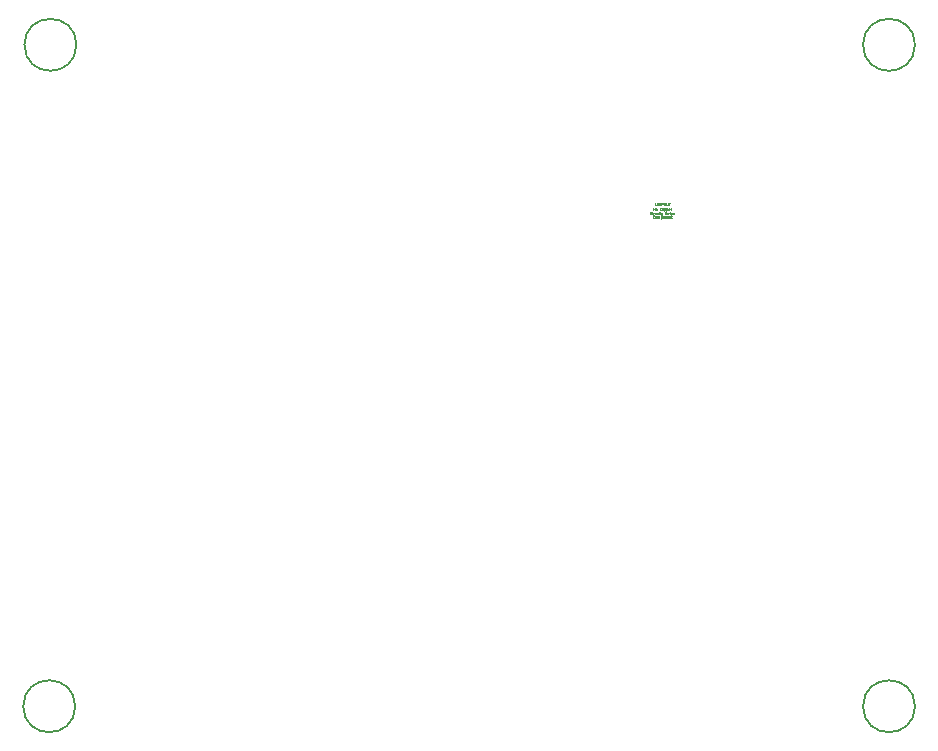
<source format=gbr>
%TF.GenerationSoftware,KiCad,Pcbnew,8.0.4-8.0.4-0~ubuntu24.04.1*%
%TF.CreationDate,2024-09-01T12:54:42+03:00*%
%TF.ProjectId,control_body,636f6e74-726f-46c5-9f62-6f64792e6b69,rev?*%
%TF.SameCoordinates,Original*%
%TF.FileFunction,Other,Comment*%
%FSLAX46Y46*%
G04 Gerber Fmt 4.6, Leading zero omitted, Abs format (unit mm)*
G04 Created by KiCad (PCBNEW 8.0.4-8.0.4-0~ubuntu24.04.1) date 2024-09-01 12:54:42*
%MOMM*%
%LPD*%
G01*
G04 APERTURE LIST*
%ADD10C,0.040000*%
%ADD11C,0.150000*%
G04 APERTURE END LIST*
D10*
X163123333Y-81621396D02*
X163113809Y-81630920D01*
X163113809Y-81630920D02*
X163085238Y-81640443D01*
X163085238Y-81640443D02*
X163066190Y-81640443D01*
X163066190Y-81640443D02*
X163037619Y-81630920D01*
X163037619Y-81630920D02*
X163018571Y-81611872D01*
X163018571Y-81611872D02*
X163009048Y-81592824D01*
X163009048Y-81592824D02*
X162999524Y-81554729D01*
X162999524Y-81554729D02*
X162999524Y-81526158D01*
X162999524Y-81526158D02*
X163009048Y-81488062D01*
X163009048Y-81488062D02*
X163018571Y-81469015D01*
X163018571Y-81469015D02*
X163037619Y-81449967D01*
X163037619Y-81449967D02*
X163066190Y-81440443D01*
X163066190Y-81440443D02*
X163085238Y-81440443D01*
X163085238Y-81440443D02*
X163113809Y-81449967D01*
X163113809Y-81449967D02*
X163123333Y-81459491D01*
X163237619Y-81640443D02*
X163218571Y-81630920D01*
X163218571Y-81630920D02*
X163209048Y-81621396D01*
X163209048Y-81621396D02*
X163199524Y-81602348D01*
X163199524Y-81602348D02*
X163199524Y-81545205D01*
X163199524Y-81545205D02*
X163209048Y-81526158D01*
X163209048Y-81526158D02*
X163218571Y-81516634D01*
X163218571Y-81516634D02*
X163237619Y-81507110D01*
X163237619Y-81507110D02*
X163266190Y-81507110D01*
X163266190Y-81507110D02*
X163285238Y-81516634D01*
X163285238Y-81516634D02*
X163294762Y-81526158D01*
X163294762Y-81526158D02*
X163304286Y-81545205D01*
X163304286Y-81545205D02*
X163304286Y-81602348D01*
X163304286Y-81602348D02*
X163294762Y-81621396D01*
X163294762Y-81621396D02*
X163285238Y-81630920D01*
X163285238Y-81630920D02*
X163266190Y-81640443D01*
X163266190Y-81640443D02*
X163237619Y-81640443D01*
X163390000Y-81640443D02*
X163390000Y-81507110D01*
X163390000Y-81526158D02*
X163399523Y-81516634D01*
X163399523Y-81516634D02*
X163418571Y-81507110D01*
X163418571Y-81507110D02*
X163447142Y-81507110D01*
X163447142Y-81507110D02*
X163466190Y-81516634D01*
X163466190Y-81516634D02*
X163475714Y-81535681D01*
X163475714Y-81535681D02*
X163475714Y-81640443D01*
X163475714Y-81535681D02*
X163485238Y-81516634D01*
X163485238Y-81516634D02*
X163504285Y-81507110D01*
X163504285Y-81507110D02*
X163532857Y-81507110D01*
X163532857Y-81507110D02*
X163551904Y-81516634D01*
X163551904Y-81516634D02*
X163561428Y-81535681D01*
X163561428Y-81535681D02*
X163561428Y-81640443D01*
X163656667Y-81507110D02*
X163656667Y-81707110D01*
X163656667Y-81516634D02*
X163675714Y-81507110D01*
X163675714Y-81507110D02*
X163713809Y-81507110D01*
X163713809Y-81507110D02*
X163732857Y-81516634D01*
X163732857Y-81516634D02*
X163742381Y-81526158D01*
X163742381Y-81526158D02*
X163751905Y-81545205D01*
X163751905Y-81545205D02*
X163751905Y-81602348D01*
X163751905Y-81602348D02*
X163742381Y-81621396D01*
X163742381Y-81621396D02*
X163732857Y-81630920D01*
X163732857Y-81630920D02*
X163713809Y-81640443D01*
X163713809Y-81640443D02*
X163675714Y-81640443D01*
X163675714Y-81640443D02*
X163656667Y-81630920D01*
X163866190Y-81640443D02*
X163847142Y-81630920D01*
X163847142Y-81630920D02*
X163837619Y-81621396D01*
X163837619Y-81621396D02*
X163828095Y-81602348D01*
X163828095Y-81602348D02*
X163828095Y-81545205D01*
X163828095Y-81545205D02*
X163837619Y-81526158D01*
X163837619Y-81526158D02*
X163847142Y-81516634D01*
X163847142Y-81516634D02*
X163866190Y-81507110D01*
X163866190Y-81507110D02*
X163894761Y-81507110D01*
X163894761Y-81507110D02*
X163913809Y-81516634D01*
X163913809Y-81516634D02*
X163923333Y-81526158D01*
X163923333Y-81526158D02*
X163932857Y-81545205D01*
X163932857Y-81545205D02*
X163932857Y-81602348D01*
X163932857Y-81602348D02*
X163923333Y-81621396D01*
X163923333Y-81621396D02*
X163913809Y-81630920D01*
X163913809Y-81630920D02*
X163894761Y-81640443D01*
X163894761Y-81640443D02*
X163866190Y-81640443D01*
X164018571Y-81507110D02*
X164018571Y-81640443D01*
X164018571Y-81526158D02*
X164028094Y-81516634D01*
X164028094Y-81516634D02*
X164047142Y-81507110D01*
X164047142Y-81507110D02*
X164075713Y-81507110D01*
X164075713Y-81507110D02*
X164094761Y-81516634D01*
X164094761Y-81516634D02*
X164104285Y-81535681D01*
X164104285Y-81535681D02*
X164104285Y-81640443D01*
X164275713Y-81630920D02*
X164256665Y-81640443D01*
X164256665Y-81640443D02*
X164218570Y-81640443D01*
X164218570Y-81640443D02*
X164199523Y-81630920D01*
X164199523Y-81630920D02*
X164189999Y-81611872D01*
X164189999Y-81611872D02*
X164189999Y-81535681D01*
X164189999Y-81535681D02*
X164199523Y-81516634D01*
X164199523Y-81516634D02*
X164218570Y-81507110D01*
X164218570Y-81507110D02*
X164256665Y-81507110D01*
X164256665Y-81507110D02*
X164275713Y-81516634D01*
X164275713Y-81516634D02*
X164285237Y-81535681D01*
X164285237Y-81535681D02*
X164285237Y-81554729D01*
X164285237Y-81554729D02*
X164189999Y-81573777D01*
X164370952Y-81507110D02*
X164370952Y-81640443D01*
X164370952Y-81526158D02*
X164380475Y-81516634D01*
X164380475Y-81516634D02*
X164399523Y-81507110D01*
X164399523Y-81507110D02*
X164428094Y-81507110D01*
X164428094Y-81507110D02*
X164447142Y-81516634D01*
X164447142Y-81516634D02*
X164456666Y-81535681D01*
X164456666Y-81535681D02*
X164456666Y-81640443D01*
X164523332Y-81507110D02*
X164599523Y-81507110D01*
X164551904Y-81440443D02*
X164551904Y-81611872D01*
X164551904Y-81611872D02*
X164561427Y-81630920D01*
X164561427Y-81630920D02*
X164580475Y-81640443D01*
X164580475Y-81640443D02*
X164599523Y-81640443D01*
X162761428Y-81340443D02*
X162761428Y-81140443D01*
X162761428Y-81140443D02*
X162809047Y-81140443D01*
X162809047Y-81140443D02*
X162837618Y-81149967D01*
X162837618Y-81149967D02*
X162856666Y-81169015D01*
X162856666Y-81169015D02*
X162866189Y-81188062D01*
X162866189Y-81188062D02*
X162875713Y-81226158D01*
X162875713Y-81226158D02*
X162875713Y-81254729D01*
X162875713Y-81254729D02*
X162866189Y-81292824D01*
X162866189Y-81292824D02*
X162856666Y-81311872D01*
X162856666Y-81311872D02*
X162837618Y-81330920D01*
X162837618Y-81330920D02*
X162809047Y-81340443D01*
X162809047Y-81340443D02*
X162761428Y-81340443D01*
X162961428Y-81340443D02*
X162961428Y-81207110D01*
X162961428Y-81140443D02*
X162951904Y-81149967D01*
X162951904Y-81149967D02*
X162961428Y-81159491D01*
X162961428Y-81159491D02*
X162970951Y-81149967D01*
X162970951Y-81149967D02*
X162961428Y-81140443D01*
X162961428Y-81140443D02*
X162961428Y-81159491D01*
X163056666Y-81340443D02*
X163056666Y-81207110D01*
X163056666Y-81245205D02*
X163066189Y-81226158D01*
X163066189Y-81226158D02*
X163075713Y-81216634D01*
X163075713Y-81216634D02*
X163094761Y-81207110D01*
X163094761Y-81207110D02*
X163113808Y-81207110D01*
X163256666Y-81330920D02*
X163237618Y-81340443D01*
X163237618Y-81340443D02*
X163199523Y-81340443D01*
X163199523Y-81340443D02*
X163180476Y-81330920D01*
X163180476Y-81330920D02*
X163170952Y-81311872D01*
X163170952Y-81311872D02*
X163170952Y-81235681D01*
X163170952Y-81235681D02*
X163180476Y-81216634D01*
X163180476Y-81216634D02*
X163199523Y-81207110D01*
X163199523Y-81207110D02*
X163237618Y-81207110D01*
X163237618Y-81207110D02*
X163256666Y-81216634D01*
X163256666Y-81216634D02*
X163266190Y-81235681D01*
X163266190Y-81235681D02*
X163266190Y-81254729D01*
X163266190Y-81254729D02*
X163170952Y-81273777D01*
X163437619Y-81330920D02*
X163418571Y-81340443D01*
X163418571Y-81340443D02*
X163380476Y-81340443D01*
X163380476Y-81340443D02*
X163361428Y-81330920D01*
X163361428Y-81330920D02*
X163351905Y-81321396D01*
X163351905Y-81321396D02*
X163342381Y-81302348D01*
X163342381Y-81302348D02*
X163342381Y-81245205D01*
X163342381Y-81245205D02*
X163351905Y-81226158D01*
X163351905Y-81226158D02*
X163361428Y-81216634D01*
X163361428Y-81216634D02*
X163380476Y-81207110D01*
X163380476Y-81207110D02*
X163418571Y-81207110D01*
X163418571Y-81207110D02*
X163437619Y-81216634D01*
X163494762Y-81207110D02*
X163570953Y-81207110D01*
X163523334Y-81140443D02*
X163523334Y-81311872D01*
X163523334Y-81311872D02*
X163532857Y-81330920D01*
X163532857Y-81330920D02*
X163551905Y-81340443D01*
X163551905Y-81340443D02*
X163570953Y-81340443D01*
X163666191Y-81340443D02*
X163647143Y-81330920D01*
X163647143Y-81330920D02*
X163637620Y-81311872D01*
X163637620Y-81311872D02*
X163637620Y-81140443D01*
X163723334Y-81207110D02*
X163770953Y-81340443D01*
X163818572Y-81207110D02*
X163770953Y-81340443D01*
X163770953Y-81340443D02*
X163751905Y-81388062D01*
X163751905Y-81388062D02*
X163742382Y-81397586D01*
X163742382Y-81397586D02*
X163723334Y-81407110D01*
X164113810Y-81235681D02*
X164142382Y-81245205D01*
X164142382Y-81245205D02*
X164151905Y-81254729D01*
X164151905Y-81254729D02*
X164161429Y-81273777D01*
X164161429Y-81273777D02*
X164161429Y-81302348D01*
X164161429Y-81302348D02*
X164151905Y-81321396D01*
X164151905Y-81321396D02*
X164142382Y-81330920D01*
X164142382Y-81330920D02*
X164123334Y-81340443D01*
X164123334Y-81340443D02*
X164047144Y-81340443D01*
X164047144Y-81340443D02*
X164047144Y-81140443D01*
X164047144Y-81140443D02*
X164113810Y-81140443D01*
X164113810Y-81140443D02*
X164132858Y-81149967D01*
X164132858Y-81149967D02*
X164142382Y-81159491D01*
X164142382Y-81159491D02*
X164151905Y-81178539D01*
X164151905Y-81178539D02*
X164151905Y-81197586D01*
X164151905Y-81197586D02*
X164142382Y-81216634D01*
X164142382Y-81216634D02*
X164132858Y-81226158D01*
X164132858Y-81226158D02*
X164113810Y-81235681D01*
X164113810Y-81235681D02*
X164047144Y-81235681D01*
X164323334Y-81330920D02*
X164304286Y-81340443D01*
X164304286Y-81340443D02*
X164266191Y-81340443D01*
X164266191Y-81340443D02*
X164247144Y-81330920D01*
X164247144Y-81330920D02*
X164237620Y-81311872D01*
X164237620Y-81311872D02*
X164237620Y-81235681D01*
X164237620Y-81235681D02*
X164247144Y-81216634D01*
X164247144Y-81216634D02*
X164266191Y-81207110D01*
X164266191Y-81207110D02*
X164304286Y-81207110D01*
X164304286Y-81207110D02*
X164323334Y-81216634D01*
X164323334Y-81216634D02*
X164332858Y-81235681D01*
X164332858Y-81235681D02*
X164332858Y-81254729D01*
X164332858Y-81254729D02*
X164237620Y-81273777D01*
X164447144Y-81340443D02*
X164428096Y-81330920D01*
X164428096Y-81330920D02*
X164418573Y-81311872D01*
X164418573Y-81311872D02*
X164418573Y-81140443D01*
X164551906Y-81340443D02*
X164532858Y-81330920D01*
X164532858Y-81330920D02*
X164523335Y-81321396D01*
X164523335Y-81321396D02*
X164513811Y-81302348D01*
X164513811Y-81302348D02*
X164513811Y-81245205D01*
X164513811Y-81245205D02*
X164523335Y-81226158D01*
X164523335Y-81226158D02*
X164532858Y-81216634D01*
X164532858Y-81216634D02*
X164551906Y-81207110D01*
X164551906Y-81207110D02*
X164580477Y-81207110D01*
X164580477Y-81207110D02*
X164599525Y-81216634D01*
X164599525Y-81216634D02*
X164609049Y-81226158D01*
X164609049Y-81226158D02*
X164618573Y-81245205D01*
X164618573Y-81245205D02*
X164618573Y-81302348D01*
X164618573Y-81302348D02*
X164609049Y-81321396D01*
X164609049Y-81321396D02*
X164599525Y-81330920D01*
X164599525Y-81330920D02*
X164580477Y-81340443D01*
X164580477Y-81340443D02*
X164551906Y-81340443D01*
X164685239Y-81207110D02*
X164723334Y-81340443D01*
X164723334Y-81340443D02*
X164761429Y-81245205D01*
X164761429Y-81245205D02*
X164799525Y-81340443D01*
X164799525Y-81340443D02*
X164837620Y-81207110D01*
X163170953Y-80590443D02*
X163170953Y-80390443D01*
X163285238Y-80590443D02*
X163199524Y-80476158D01*
X163285238Y-80390443D02*
X163170953Y-80504729D01*
X163370953Y-80485681D02*
X163437619Y-80485681D01*
X163466191Y-80590443D02*
X163370953Y-80590443D01*
X163370953Y-80590443D02*
X163370953Y-80390443D01*
X163370953Y-80390443D02*
X163466191Y-80390443D01*
X163551905Y-80485681D02*
X163618571Y-80485681D01*
X163647143Y-80590443D02*
X163551905Y-80590443D01*
X163551905Y-80590443D02*
X163551905Y-80390443D01*
X163551905Y-80390443D02*
X163647143Y-80390443D01*
X163732857Y-80590443D02*
X163732857Y-80390443D01*
X163732857Y-80390443D02*
X163809047Y-80390443D01*
X163809047Y-80390443D02*
X163828095Y-80399967D01*
X163828095Y-80399967D02*
X163837618Y-80409491D01*
X163837618Y-80409491D02*
X163847142Y-80428539D01*
X163847142Y-80428539D02*
X163847142Y-80457110D01*
X163847142Y-80457110D02*
X163837618Y-80476158D01*
X163837618Y-80476158D02*
X163828095Y-80485681D01*
X163828095Y-80485681D02*
X163809047Y-80495205D01*
X163809047Y-80495205D02*
X163732857Y-80495205D01*
X163970952Y-80390443D02*
X164009047Y-80390443D01*
X164009047Y-80390443D02*
X164028095Y-80399967D01*
X164028095Y-80399967D02*
X164047142Y-80419015D01*
X164047142Y-80419015D02*
X164056666Y-80457110D01*
X164056666Y-80457110D02*
X164056666Y-80523777D01*
X164056666Y-80523777D02*
X164047142Y-80561872D01*
X164047142Y-80561872D02*
X164028095Y-80580920D01*
X164028095Y-80580920D02*
X164009047Y-80590443D01*
X164009047Y-80590443D02*
X163970952Y-80590443D01*
X163970952Y-80590443D02*
X163951904Y-80580920D01*
X163951904Y-80580920D02*
X163932857Y-80561872D01*
X163932857Y-80561872D02*
X163923333Y-80523777D01*
X163923333Y-80523777D02*
X163923333Y-80457110D01*
X163923333Y-80457110D02*
X163932857Y-80419015D01*
X163932857Y-80419015D02*
X163951904Y-80399967D01*
X163951904Y-80399967D02*
X163970952Y-80390443D01*
X164142381Y-80390443D02*
X164142381Y-80552348D01*
X164142381Y-80552348D02*
X164151904Y-80571396D01*
X164151904Y-80571396D02*
X164161428Y-80580920D01*
X164161428Y-80580920D02*
X164180476Y-80590443D01*
X164180476Y-80590443D02*
X164218571Y-80590443D01*
X164218571Y-80590443D02*
X164237619Y-80580920D01*
X164237619Y-80580920D02*
X164247142Y-80571396D01*
X164247142Y-80571396D02*
X164256666Y-80552348D01*
X164256666Y-80552348D02*
X164256666Y-80390443D01*
X164323333Y-80390443D02*
X164437619Y-80390443D01*
X164380476Y-80590443D02*
X164380476Y-80390443D01*
X163047143Y-80990443D02*
X163047143Y-80790443D01*
X163047143Y-80790443D02*
X163161428Y-80990443D01*
X163161428Y-80990443D02*
X163161428Y-80790443D01*
X163285238Y-80990443D02*
X163266190Y-80980920D01*
X163266190Y-80980920D02*
X163256667Y-80971396D01*
X163256667Y-80971396D02*
X163247143Y-80952348D01*
X163247143Y-80952348D02*
X163247143Y-80895205D01*
X163247143Y-80895205D02*
X163256667Y-80876158D01*
X163256667Y-80876158D02*
X163266190Y-80866634D01*
X163266190Y-80866634D02*
X163285238Y-80857110D01*
X163285238Y-80857110D02*
X163313809Y-80857110D01*
X163313809Y-80857110D02*
X163332857Y-80866634D01*
X163332857Y-80866634D02*
X163342381Y-80876158D01*
X163342381Y-80876158D02*
X163351905Y-80895205D01*
X163351905Y-80895205D02*
X163351905Y-80952348D01*
X163351905Y-80952348D02*
X163342381Y-80971396D01*
X163342381Y-80971396D02*
X163332857Y-80980920D01*
X163332857Y-80980920D02*
X163313809Y-80990443D01*
X163313809Y-80990443D02*
X163285238Y-80990443D01*
X163704285Y-80971396D02*
X163694761Y-80980920D01*
X163694761Y-80980920D02*
X163666190Y-80990443D01*
X163666190Y-80990443D02*
X163647142Y-80990443D01*
X163647142Y-80990443D02*
X163618571Y-80980920D01*
X163618571Y-80980920D02*
X163599523Y-80961872D01*
X163599523Y-80961872D02*
X163590000Y-80942824D01*
X163590000Y-80942824D02*
X163580476Y-80904729D01*
X163580476Y-80904729D02*
X163580476Y-80876158D01*
X163580476Y-80876158D02*
X163590000Y-80838062D01*
X163590000Y-80838062D02*
X163599523Y-80819015D01*
X163599523Y-80819015D02*
X163618571Y-80799967D01*
X163618571Y-80799967D02*
X163647142Y-80790443D01*
X163647142Y-80790443D02*
X163666190Y-80790443D01*
X163666190Y-80790443D02*
X163694761Y-80799967D01*
X163694761Y-80799967D02*
X163704285Y-80809491D01*
X163818571Y-80990443D02*
X163799523Y-80980920D01*
X163799523Y-80980920D02*
X163790000Y-80971396D01*
X163790000Y-80971396D02*
X163780476Y-80952348D01*
X163780476Y-80952348D02*
X163780476Y-80895205D01*
X163780476Y-80895205D02*
X163790000Y-80876158D01*
X163790000Y-80876158D02*
X163799523Y-80866634D01*
X163799523Y-80866634D02*
X163818571Y-80857110D01*
X163818571Y-80857110D02*
X163847142Y-80857110D01*
X163847142Y-80857110D02*
X163866190Y-80866634D01*
X163866190Y-80866634D02*
X163875714Y-80876158D01*
X163875714Y-80876158D02*
X163885238Y-80895205D01*
X163885238Y-80895205D02*
X163885238Y-80952348D01*
X163885238Y-80952348D02*
X163875714Y-80971396D01*
X163875714Y-80971396D02*
X163866190Y-80980920D01*
X163866190Y-80980920D02*
X163847142Y-80990443D01*
X163847142Y-80990443D02*
X163818571Y-80990443D01*
X163970952Y-80857110D02*
X163970952Y-81057110D01*
X163970952Y-80866634D02*
X163989999Y-80857110D01*
X163989999Y-80857110D02*
X164028094Y-80857110D01*
X164028094Y-80857110D02*
X164047142Y-80866634D01*
X164047142Y-80866634D02*
X164056666Y-80876158D01*
X164056666Y-80876158D02*
X164066190Y-80895205D01*
X164066190Y-80895205D02*
X164066190Y-80952348D01*
X164066190Y-80952348D02*
X164056666Y-80971396D01*
X164056666Y-80971396D02*
X164047142Y-80980920D01*
X164047142Y-80980920D02*
X164028094Y-80990443D01*
X164028094Y-80990443D02*
X163989999Y-80990443D01*
X163989999Y-80990443D02*
X163970952Y-80980920D01*
X164151904Y-80857110D02*
X164151904Y-81057110D01*
X164151904Y-80866634D02*
X164170951Y-80857110D01*
X164170951Y-80857110D02*
X164209046Y-80857110D01*
X164209046Y-80857110D02*
X164228094Y-80866634D01*
X164228094Y-80866634D02*
X164237618Y-80876158D01*
X164237618Y-80876158D02*
X164247142Y-80895205D01*
X164247142Y-80895205D02*
X164247142Y-80952348D01*
X164247142Y-80952348D02*
X164237618Y-80971396D01*
X164237618Y-80971396D02*
X164228094Y-80980920D01*
X164228094Y-80980920D02*
X164209046Y-80990443D01*
X164209046Y-80990443D02*
X164170951Y-80990443D01*
X164170951Y-80990443D02*
X164151904Y-80980920D01*
X164409046Y-80980920D02*
X164389998Y-80990443D01*
X164389998Y-80990443D02*
X164351903Y-80990443D01*
X164351903Y-80990443D02*
X164332856Y-80980920D01*
X164332856Y-80980920D02*
X164323332Y-80961872D01*
X164323332Y-80961872D02*
X164323332Y-80885681D01*
X164323332Y-80885681D02*
X164332856Y-80866634D01*
X164332856Y-80866634D02*
X164351903Y-80857110D01*
X164351903Y-80857110D02*
X164389998Y-80857110D01*
X164389998Y-80857110D02*
X164409046Y-80866634D01*
X164409046Y-80866634D02*
X164418570Y-80885681D01*
X164418570Y-80885681D02*
X164418570Y-80904729D01*
X164418570Y-80904729D02*
X164323332Y-80923777D01*
X164504285Y-80990443D02*
X164504285Y-80857110D01*
X164504285Y-80895205D02*
X164513808Y-80876158D01*
X164513808Y-80876158D02*
X164523332Y-80866634D01*
X164523332Y-80866634D02*
X164542380Y-80857110D01*
X164542380Y-80857110D02*
X164561427Y-80857110D01*
D11*
%TO.C,H1*%
X185200000Y-67000000D02*
G75*
G02*
X180800000Y-67000000I-2200000J0D01*
G01*
X180800000Y-67000000D02*
G75*
G02*
X185200000Y-67000000I2200000J0D01*
G01*
%TO.C,H3*%
X114100000Y-123000000D02*
G75*
G02*
X109700000Y-123000000I-2200000J0D01*
G01*
X109700000Y-123000000D02*
G75*
G02*
X114100000Y-123000000I2200000J0D01*
G01*
%TO.C,H4*%
X185200000Y-123000000D02*
G75*
G02*
X180800000Y-123000000I-2200000J0D01*
G01*
X180800000Y-123000000D02*
G75*
G02*
X185200000Y-123000000I2200000J0D01*
G01*
%TO.C,H2*%
X114200000Y-67000000D02*
G75*
G02*
X109800000Y-67000000I-2200000J0D01*
G01*
X109800000Y-67000000D02*
G75*
G02*
X114200000Y-67000000I2200000J0D01*
G01*
%TD*%
M02*

</source>
